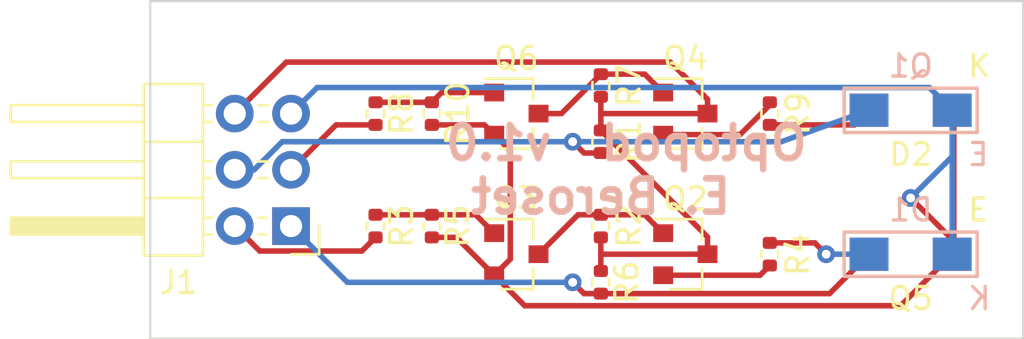
<source format=kicad_pcb>
(kicad_pcb (version 20171130) (host pcbnew 5.1.9-1.fc33)

  (general
    (thickness 1.6)
    (drawings 7)
    (tracks 81)
    (zones 0)
    (modules 19)
    (nets 15)
  )

  (page USLetter)
  (title_block
    (title Opticalport)
    (date 2021-02-27)
    (rev 0.1)
    (company "E. Beroset")
  )

  (layers
    (0 F.Cu signal)
    (31 B.Cu signal)
    (32 B.Adhes user)
    (33 F.Adhes user)
    (34 B.Paste user)
    (35 F.Paste user)
    (36 B.SilkS user)
    (37 F.SilkS user)
    (38 B.Mask user)
    (39 F.Mask user)
    (40 Dwgs.User user)
    (41 Cmts.User user)
    (42 Eco1.User user)
    (43 Eco2.User user)
    (44 Edge.Cuts user)
    (45 Margin user)
    (46 B.CrtYd user)
    (47 F.CrtYd user)
    (48 B.Fab user hide)
    (49 F.Fab user hide)
  )

  (setup
    (last_trace_width 0.25)
    (trace_clearance 0.1524)
    (zone_clearance 0.508)
    (zone_45_only no)
    (trace_min 0.2)
    (via_size 0.8)
    (via_drill 0.4)
    (via_min_size 0.4)
    (via_min_drill 0.3)
    (uvia_size 0.3)
    (uvia_drill 0.1)
    (uvias_allowed no)
    (uvia_min_size 0.2)
    (uvia_min_drill 0.1)
    (edge_width 0.1)
    (segment_width 0.2)
    (pcb_text_width 0.3)
    (pcb_text_size 1.5 1.5)
    (mod_edge_width 0.15)
    (mod_text_size 1 1)
    (mod_text_width 0.15)
    (pad_size 1.524 1.524)
    (pad_drill 0.762)
    (pad_to_mask_clearance 0)
    (aux_axis_origin 0 0)
    (visible_elements FFFFFF7F)
    (pcbplotparams
      (layerselection 0x00008_7ffffffe)
      (usegerberextensions false)
      (usegerberattributes true)
      (usegerberadvancedattributes true)
      (creategerberjobfile true)
      (excludeedgelayer true)
      (linewidth 0.100000)
      (plotframeref false)
      (viasonmask false)
      (mode 1)
      (useauxorigin false)
      (hpglpennumber 1)
      (hpglpenspeed 20)
      (hpglpendiameter 15.000000)
      (psnegative false)
      (psa4output false)
      (plotreference false)
      (plotvalue false)
      (plotinvisibletext false)
      (padsonsilk true)
      (subtractmaskfromsilk false)
      (outputformat 1)
      (mirror false)
      (drillshape 0)
      (scaleselection 1)
      (outputdirectory ""))
  )

  (net 0 "")
  (net 1 "Net-(D1-Pad2)")
  (net 2 "Net-(D2-Pad2)")
  (net 3 GND)
  (net 4 +3V3)
  (net 5 "Net-(Q2-Pad1)")
  (net 6 "Net-(Q4-Pad1)")
  (net 7 TX1)
  (net 8 RX1)
  (net 9 TX2)
  (net 10 RX2)
  (net 11 "Net-(Q2-Pad2)")
  (net 12 "Net-(Q3-Pad1)")
  (net 13 "Net-(Q4-Pad2)")
  (net 14 "Net-(Q6-Pad1)")

  (net_class Default "This is the default net class."
    (clearance 0.1524)
    (trace_width 0.25)
    (via_dia 0.8)
    (via_drill 0.4)
    (uvia_dia 0.3)
    (uvia_drill 0.1)
    (add_net +3V3)
    (add_net GND)
    (add_net "Net-(D1-Pad2)")
    (add_net "Net-(D2-Pad2)")
    (add_net "Net-(Q2-Pad1)")
    (add_net "Net-(Q2-Pad2)")
    (add_net "Net-(Q3-Pad1)")
    (add_net "Net-(Q4-Pad1)")
    (add_net "Net-(Q4-Pad2)")
    (add_net "Net-(Q6-Pad1)")
    (add_net RX1)
    (add_net RX2)
    (add_net TX1)
    (add_net TX2)
  )

  (module Resistor_SMD:R_0402_1005Metric (layer F.Cu) (tedit 5F68FEEE) (tstamp 605A2B0A)
    (at 144.78 81.28 270)
    (descr "Resistor SMD 0402 (1005 Metric), square (rectangular) end terminal, IPC_7351 nominal, (Body size source: IPC-SM-782 page 72, https://www.pcb-3d.com/wordpress/wp-content/uploads/ipc-sm-782a_amendment_1_and_2.pdf), generated with kicad-footprint-generator")
    (tags resistor)
    (path /6063BF39)
    (attr smd)
    (fp_text reference R10 (at 0 -1.17 90) (layer F.SilkS)
      (effects (font (size 1 1) (thickness 0.15)))
    )
    (fp_text value 1.5k (at 0 1.17 90) (layer F.Fab)
      (effects (font (size 1 1) (thickness 0.15)))
    )
    (fp_line (start 0.93 0.47) (end -0.93 0.47) (layer F.CrtYd) (width 0.05))
    (fp_line (start 0.93 -0.47) (end 0.93 0.47) (layer F.CrtYd) (width 0.05))
    (fp_line (start -0.93 -0.47) (end 0.93 -0.47) (layer F.CrtYd) (width 0.05))
    (fp_line (start -0.93 0.47) (end -0.93 -0.47) (layer F.CrtYd) (width 0.05))
    (fp_line (start -0.153641 0.38) (end 0.153641 0.38) (layer F.SilkS) (width 0.12))
    (fp_line (start -0.153641 -0.38) (end 0.153641 -0.38) (layer F.SilkS) (width 0.12))
    (fp_line (start 0.525 0.27) (end -0.525 0.27) (layer F.Fab) (width 0.1))
    (fp_line (start 0.525 -0.27) (end 0.525 0.27) (layer F.Fab) (width 0.1))
    (fp_line (start -0.525 -0.27) (end 0.525 -0.27) (layer F.Fab) (width 0.1))
    (fp_line (start -0.525 0.27) (end -0.525 -0.27) (layer F.Fab) (width 0.1))
    (fp_text user %R (at 0 0 90) (layer F.Fab)
      (effects (font (size 0.26 0.26) (thickness 0.04)))
    )
    (pad 2 smd roundrect (at 0.51 0 270) (size 0.54 0.64) (layers F.Cu F.Paste F.Mask) (roundrect_rratio 0.25)
      (net 3 GND))
    (pad 1 smd roundrect (at -0.51 0 270) (size 0.54 0.64) (layers F.Cu F.Paste F.Mask) (roundrect_rratio 0.25)
      (net 14 "Net-(Q6-Pad1)"))
    (model ${KISYS3DMOD}/Resistor_SMD.3dshapes/R_0402_1005Metric.wrl
      (at (xyz 0 0 0))
      (scale (xyz 1 1 1))
      (rotate (xyz 0 0 0))
    )
  )

  (module Resistor_SMD:R_0402_1005Metric (layer F.Cu) (tedit 5F68FEEE) (tstamp 605A2AF9)
    (at 160.02 81.28 270)
    (descr "Resistor SMD 0402 (1005 Metric), square (rectangular) end terminal, IPC_7351 nominal, (Body size source: IPC-SM-782 page 72, https://www.pcb-3d.com/wordpress/wp-content/uploads/ipc-sm-782a_amendment_1_and_2.pdf), generated with kicad-footprint-generator")
    (tags resistor)
    (path /6063BED8)
    (attr smd)
    (fp_text reference R9 (at 0 -1.27 90) (layer F.SilkS)
      (effects (font (size 1 1) (thickness 0.15)))
    )
    (fp_text value 91 (at 0 1.17 90) (layer F.Fab)
      (effects (font (size 1 1) (thickness 0.15)))
    )
    (fp_line (start 0.93 0.47) (end -0.93 0.47) (layer F.CrtYd) (width 0.05))
    (fp_line (start 0.93 -0.47) (end 0.93 0.47) (layer F.CrtYd) (width 0.05))
    (fp_line (start -0.93 -0.47) (end 0.93 -0.47) (layer F.CrtYd) (width 0.05))
    (fp_line (start -0.93 0.47) (end -0.93 -0.47) (layer F.CrtYd) (width 0.05))
    (fp_line (start -0.153641 0.38) (end 0.153641 0.38) (layer F.SilkS) (width 0.12))
    (fp_line (start -0.153641 -0.38) (end 0.153641 -0.38) (layer F.SilkS) (width 0.12))
    (fp_line (start 0.525 0.27) (end -0.525 0.27) (layer F.Fab) (width 0.1))
    (fp_line (start 0.525 -0.27) (end 0.525 0.27) (layer F.Fab) (width 0.1))
    (fp_line (start -0.525 -0.27) (end 0.525 -0.27) (layer F.Fab) (width 0.1))
    (fp_line (start -0.525 0.27) (end -0.525 -0.27) (layer F.Fab) (width 0.1))
    (fp_text user %R (at 0 0 90) (layer F.Fab)
      (effects (font (size 0.26 0.26) (thickness 0.04)))
    )
    (pad 2 smd roundrect (at 0.51 0 270) (size 0.54 0.64) (layers F.Cu F.Paste F.Mask) (roundrect_rratio 0.25)
      (net 2 "Net-(D2-Pad2)"))
    (pad 1 smd roundrect (at -0.51 0 270) (size 0.54 0.64) (layers F.Cu F.Paste F.Mask) (roundrect_rratio 0.25)
      (net 13 "Net-(Q4-Pad2)"))
    (model ${KISYS3DMOD}/Resistor_SMD.3dshapes/R_0402_1005Metric.wrl
      (at (xyz 0 0 0))
      (scale (xyz 1 1 1))
      (rotate (xyz 0 0 0))
    )
  )

  (module Resistor_SMD:R_0402_1005Metric (layer F.Cu) (tedit 5F68FEEE) (tstamp 605A2AE8)
    (at 142.24 81.28 270)
    (descr "Resistor SMD 0402 (1005 Metric), square (rectangular) end terminal, IPC_7351 nominal, (Body size source: IPC-SM-782 page 72, https://www.pcb-3d.com/wordpress/wp-content/uploads/ipc-sm-782a_amendment_1_and_2.pdf), generated with kicad-footprint-generator")
    (tags resistor)
    (path /6063BF0B)
    (attr smd)
    (fp_text reference R8 (at 0 -1.17 90) (layer F.SilkS)
      (effects (font (size 1 1) (thickness 0.15)))
    )
    (fp_text value 5.1k (at 0 1.17 90) (layer F.Fab)
      (effects (font (size 1 1) (thickness 0.15)))
    )
    (fp_line (start 0.93 0.47) (end -0.93 0.47) (layer F.CrtYd) (width 0.05))
    (fp_line (start 0.93 -0.47) (end 0.93 0.47) (layer F.CrtYd) (width 0.05))
    (fp_line (start -0.93 -0.47) (end 0.93 -0.47) (layer F.CrtYd) (width 0.05))
    (fp_line (start -0.93 0.47) (end -0.93 -0.47) (layer F.CrtYd) (width 0.05))
    (fp_line (start -0.153641 0.38) (end 0.153641 0.38) (layer F.SilkS) (width 0.12))
    (fp_line (start -0.153641 -0.38) (end 0.153641 -0.38) (layer F.SilkS) (width 0.12))
    (fp_line (start 0.525 0.27) (end -0.525 0.27) (layer F.Fab) (width 0.1))
    (fp_line (start 0.525 -0.27) (end 0.525 0.27) (layer F.Fab) (width 0.1))
    (fp_line (start -0.525 -0.27) (end 0.525 -0.27) (layer F.Fab) (width 0.1))
    (fp_line (start -0.525 0.27) (end -0.525 -0.27) (layer F.Fab) (width 0.1))
    (fp_text user %R (at 0 0 90) (layer F.Fab)
      (effects (font (size 0.26 0.26) (thickness 0.04)))
    )
    (pad 2 smd roundrect (at 0.51 0 270) (size 0.54 0.64) (layers F.Cu F.Paste F.Mask) (roundrect_rratio 0.25)
      (net 9 TX2))
    (pad 1 smd roundrect (at -0.51 0 270) (size 0.54 0.64) (layers F.Cu F.Paste F.Mask) (roundrect_rratio 0.25)
      (net 14 "Net-(Q6-Pad1)"))
    (model ${KISYS3DMOD}/Resistor_SMD.3dshapes/R_0402_1005Metric.wrl
      (at (xyz 0 0 0))
      (scale (xyz 1 1 1))
      (rotate (xyz 0 0 0))
    )
  )

  (module Resistor_SMD:R_0402_1005Metric (layer F.Cu) (tedit 5F68FEEE) (tstamp 605A2AD7)
    (at 152.4 80.01 90)
    (descr "Resistor SMD 0402 (1005 Metric), square (rectangular) end terminal, IPC_7351 nominal, (Body size source: IPC-SM-782 page 72, https://www.pcb-3d.com/wordpress/wp-content/uploads/ipc-sm-782a_amendment_1_and_2.pdf), generated with kicad-footprint-generator")
    (tags resistor)
    (path /6063BF15)
    (attr smd)
    (fp_text reference R7 (at 0 1.27 90) (layer F.SilkS)
      (effects (font (size 1 1) (thickness 0.15)))
    )
    (fp_text value 330 (at 0 1.17 90) (layer F.Fab)
      (effects (font (size 1 1) (thickness 0.15)))
    )
    (fp_line (start 0.93 0.47) (end -0.93 0.47) (layer F.CrtYd) (width 0.05))
    (fp_line (start 0.93 -0.47) (end 0.93 0.47) (layer F.CrtYd) (width 0.05))
    (fp_line (start -0.93 -0.47) (end 0.93 -0.47) (layer F.CrtYd) (width 0.05))
    (fp_line (start -0.93 0.47) (end -0.93 -0.47) (layer F.CrtYd) (width 0.05))
    (fp_line (start -0.153641 0.38) (end 0.153641 0.38) (layer F.SilkS) (width 0.12))
    (fp_line (start -0.153641 -0.38) (end 0.153641 -0.38) (layer F.SilkS) (width 0.12))
    (fp_line (start 0.525 0.27) (end -0.525 0.27) (layer F.Fab) (width 0.1))
    (fp_line (start 0.525 -0.27) (end 0.525 0.27) (layer F.Fab) (width 0.1))
    (fp_line (start -0.525 -0.27) (end 0.525 -0.27) (layer F.Fab) (width 0.1))
    (fp_line (start -0.525 0.27) (end -0.525 -0.27) (layer F.Fab) (width 0.1))
    (fp_text user %R (at 0 0 90) (layer F.Fab)
      (effects (font (size 0.26 0.26) (thickness 0.04)))
    )
    (pad 2 smd roundrect (at 0.51 0 90) (size 0.54 0.64) (layers F.Cu F.Paste F.Mask) (roundrect_rratio 0.25)
      (net 6 "Net-(Q4-Pad1)"))
    (pad 1 smd roundrect (at -0.51 0 90) (size 0.54 0.64) (layers F.Cu F.Paste F.Mask) (roundrect_rratio 0.25)
      (net 4 +3V3))
    (model ${KISYS3DMOD}/Resistor_SMD.3dshapes/R_0402_1005Metric.wrl
      (at (xyz 0 0 0))
      (scale (xyz 1 1 1))
      (rotate (xyz 0 0 0))
    )
  )

  (module Resistor_SMD:R_0402_1005Metric (layer F.Cu) (tedit 5F68FEEE) (tstamp 605A2AC6)
    (at 152.4 88.9 270)
    (descr "Resistor SMD 0402 (1005 Metric), square (rectangular) end terminal, IPC_7351 nominal, (Body size source: IPC-SM-782 page 72, https://www.pcb-3d.com/wordpress/wp-content/uploads/ipc-sm-782a_amendment_1_and_2.pdf), generated with kicad-footprint-generator")
    (tags resistor)
    (path /603E404A)
    (attr smd)
    (fp_text reference R6 (at 0 -1.17 90) (layer F.SilkS)
      (effects (font (size 1 1) (thickness 0.15)))
    )
    (fp_text value 2.2K (at 0 1.17 90) (layer F.Fab)
      (effects (font (size 1 1) (thickness 0.15)))
    )
    (fp_line (start 0.93 0.47) (end -0.93 0.47) (layer F.CrtYd) (width 0.05))
    (fp_line (start 0.93 -0.47) (end 0.93 0.47) (layer F.CrtYd) (width 0.05))
    (fp_line (start -0.93 -0.47) (end 0.93 -0.47) (layer F.CrtYd) (width 0.05))
    (fp_line (start -0.93 0.47) (end -0.93 -0.47) (layer F.CrtYd) (width 0.05))
    (fp_line (start -0.153641 0.38) (end 0.153641 0.38) (layer F.SilkS) (width 0.12))
    (fp_line (start -0.153641 -0.38) (end 0.153641 -0.38) (layer F.SilkS) (width 0.12))
    (fp_line (start 0.525 0.27) (end -0.525 0.27) (layer F.Fab) (width 0.1))
    (fp_line (start 0.525 -0.27) (end 0.525 0.27) (layer F.Fab) (width 0.1))
    (fp_line (start -0.525 -0.27) (end 0.525 -0.27) (layer F.Fab) (width 0.1))
    (fp_line (start -0.525 0.27) (end -0.525 -0.27) (layer F.Fab) (width 0.1))
    (fp_text user %R (at 0 0 90) (layer F.Fab)
      (effects (font (size 0.26 0.26) (thickness 0.04)))
    )
    (pad 2 smd roundrect (at 0.51 0 270) (size 0.54 0.64) (layers F.Cu F.Paste F.Mask) (roundrect_rratio 0.25)
      (net 10 RX2))
    (pad 1 smd roundrect (at -0.51 0 270) (size 0.54 0.64) (layers F.Cu F.Paste F.Mask) (roundrect_rratio 0.25)
      (net 4 +3V3))
    (model ${KISYS3DMOD}/Resistor_SMD.3dshapes/R_0402_1005Metric.wrl
      (at (xyz 0 0 0))
      (scale (xyz 1 1 1))
      (rotate (xyz 0 0 0))
    )
  )

  (module Resistor_SMD:R_0402_1005Metric (layer F.Cu) (tedit 5F68FEEE) (tstamp 605A2AB5)
    (at 144.78 86.36 270)
    (descr "Resistor SMD 0402 (1005 Metric), square (rectangular) end terminal, IPC_7351 nominal, (Body size source: IPC-SM-782 page 72, https://www.pcb-3d.com/wordpress/wp-content/uploads/ipc-sm-782a_amendment_1_and_2.pdf), generated with kicad-footprint-generator")
    (tags resistor)
    (path /605E6400)
    (attr smd)
    (fp_text reference R5 (at 0 -1.17 90) (layer F.SilkS)
      (effects (font (size 1 1) (thickness 0.15)))
    )
    (fp_text value 1.5k (at 0 1.17 90) (layer F.Fab)
      (effects (font (size 1 1) (thickness 0.15)))
    )
    (fp_line (start 0.93 0.47) (end -0.93 0.47) (layer F.CrtYd) (width 0.05))
    (fp_line (start 0.93 -0.47) (end 0.93 0.47) (layer F.CrtYd) (width 0.05))
    (fp_line (start -0.93 -0.47) (end 0.93 -0.47) (layer F.CrtYd) (width 0.05))
    (fp_line (start -0.93 0.47) (end -0.93 -0.47) (layer F.CrtYd) (width 0.05))
    (fp_line (start -0.153641 0.38) (end 0.153641 0.38) (layer F.SilkS) (width 0.12))
    (fp_line (start -0.153641 -0.38) (end 0.153641 -0.38) (layer F.SilkS) (width 0.12))
    (fp_line (start 0.525 0.27) (end -0.525 0.27) (layer F.Fab) (width 0.1))
    (fp_line (start 0.525 -0.27) (end 0.525 0.27) (layer F.Fab) (width 0.1))
    (fp_line (start -0.525 -0.27) (end 0.525 -0.27) (layer F.Fab) (width 0.1))
    (fp_line (start -0.525 0.27) (end -0.525 -0.27) (layer F.Fab) (width 0.1))
    (fp_text user %R (at 0 0 90) (layer F.Fab)
      (effects (font (size 0.26 0.26) (thickness 0.04)))
    )
    (pad 2 smd roundrect (at 0.51 0 270) (size 0.54 0.64) (layers F.Cu F.Paste F.Mask) (roundrect_rratio 0.25)
      (net 3 GND))
    (pad 1 smd roundrect (at -0.51 0 270) (size 0.54 0.64) (layers F.Cu F.Paste F.Mask) (roundrect_rratio 0.25)
      (net 12 "Net-(Q3-Pad1)"))
    (model ${KISYS3DMOD}/Resistor_SMD.3dshapes/R_0402_1005Metric.wrl
      (at (xyz 0 0 0))
      (scale (xyz 1 1 1))
      (rotate (xyz 0 0 0))
    )
  )

  (module Resistor_SMD:R_0402_1005Metric (layer F.Cu) (tedit 5F68FEEE) (tstamp 605A2AA4)
    (at 160.02 87.63 90)
    (descr "Resistor SMD 0402 (1005 Metric), square (rectangular) end terminal, IPC_7351 nominal, (Body size source: IPC-SM-782 page 72, https://www.pcb-3d.com/wordpress/wp-content/uploads/ipc-sm-782a_amendment_1_and_2.pdf), generated with kicad-footprint-generator")
    (tags resistor)
    (path /603AC095)
    (attr smd)
    (fp_text reference R4 (at 0 1.27 270) (layer F.SilkS)
      (effects (font (size 1 1) (thickness 0.15)))
    )
    (fp_text value 91 (at 0 1.17 90) (layer F.Fab)
      (effects (font (size 1 1) (thickness 0.15)))
    )
    (fp_line (start 0.93 0.47) (end -0.93 0.47) (layer F.CrtYd) (width 0.05))
    (fp_line (start 0.93 -0.47) (end 0.93 0.47) (layer F.CrtYd) (width 0.05))
    (fp_line (start -0.93 -0.47) (end 0.93 -0.47) (layer F.CrtYd) (width 0.05))
    (fp_line (start -0.93 0.47) (end -0.93 -0.47) (layer F.CrtYd) (width 0.05))
    (fp_line (start -0.153641 0.38) (end 0.153641 0.38) (layer F.SilkS) (width 0.12))
    (fp_line (start -0.153641 -0.38) (end 0.153641 -0.38) (layer F.SilkS) (width 0.12))
    (fp_line (start 0.525 0.27) (end -0.525 0.27) (layer F.Fab) (width 0.1))
    (fp_line (start 0.525 -0.27) (end 0.525 0.27) (layer F.Fab) (width 0.1))
    (fp_line (start -0.525 -0.27) (end 0.525 -0.27) (layer F.Fab) (width 0.1))
    (fp_line (start -0.525 0.27) (end -0.525 -0.27) (layer F.Fab) (width 0.1))
    (fp_text user %R (at 0 0 90) (layer F.Fab)
      (effects (font (size 0.26 0.26) (thickness 0.04)))
    )
    (pad 2 smd roundrect (at 0.51 0 90) (size 0.54 0.64) (layers F.Cu F.Paste F.Mask) (roundrect_rratio 0.25)
      (net 1 "Net-(D1-Pad2)"))
    (pad 1 smd roundrect (at -0.51 0 90) (size 0.54 0.64) (layers F.Cu F.Paste F.Mask) (roundrect_rratio 0.25)
      (net 11 "Net-(Q2-Pad2)"))
    (model ${KISYS3DMOD}/Resistor_SMD.3dshapes/R_0402_1005Metric.wrl
      (at (xyz 0 0 0))
      (scale (xyz 1 1 1))
      (rotate (xyz 0 0 0))
    )
  )

  (module Resistor_SMD:R_0402_1005Metric (layer F.Cu) (tedit 5F68FEEE) (tstamp 605A2A93)
    (at 142.24 86.36 270)
    (descr "Resistor SMD 0402 (1005 Metric), square (rectangular) end terminal, IPC_7351 nominal, (Body size source: IPC-SM-782 page 72, https://www.pcb-3d.com/wordpress/wp-content/uploads/ipc-sm-782a_amendment_1_and_2.pdf), generated with kicad-footprint-generator")
    (tags resistor)
    (path /605DC8D0)
    (attr smd)
    (fp_text reference R3 (at 0 -1.17 90) (layer F.SilkS)
      (effects (font (size 1 1) (thickness 0.15)))
    )
    (fp_text value 5.1k (at 0 1.17 90) (layer F.Fab)
      (effects (font (size 1 1) (thickness 0.15)))
    )
    (fp_line (start 0.93 0.47) (end -0.93 0.47) (layer F.CrtYd) (width 0.05))
    (fp_line (start 0.93 -0.47) (end 0.93 0.47) (layer F.CrtYd) (width 0.05))
    (fp_line (start -0.93 -0.47) (end 0.93 -0.47) (layer F.CrtYd) (width 0.05))
    (fp_line (start -0.93 0.47) (end -0.93 -0.47) (layer F.CrtYd) (width 0.05))
    (fp_line (start -0.153641 0.38) (end 0.153641 0.38) (layer F.SilkS) (width 0.12))
    (fp_line (start -0.153641 -0.38) (end 0.153641 -0.38) (layer F.SilkS) (width 0.12))
    (fp_line (start 0.525 0.27) (end -0.525 0.27) (layer F.Fab) (width 0.1))
    (fp_line (start 0.525 -0.27) (end 0.525 0.27) (layer F.Fab) (width 0.1))
    (fp_line (start -0.525 -0.27) (end 0.525 -0.27) (layer F.Fab) (width 0.1))
    (fp_line (start -0.525 0.27) (end -0.525 -0.27) (layer F.Fab) (width 0.1))
    (fp_text user %R (at 0 0 90) (layer F.Fab)
      (effects (font (size 0.26 0.26) (thickness 0.04)))
    )
    (pad 2 smd roundrect (at 0.51 0 270) (size 0.54 0.64) (layers F.Cu F.Paste F.Mask) (roundrect_rratio 0.25)
      (net 7 TX1))
    (pad 1 smd roundrect (at -0.51 0 270) (size 0.54 0.64) (layers F.Cu F.Paste F.Mask) (roundrect_rratio 0.25)
      (net 12 "Net-(Q3-Pad1)"))
    (model ${KISYS3DMOD}/Resistor_SMD.3dshapes/R_0402_1005Metric.wrl
      (at (xyz 0 0 0))
      (scale (xyz 1 1 1))
      (rotate (xyz 0 0 0))
    )
  )

  (module Resistor_SMD:R_0402_1005Metric (layer F.Cu) (tedit 5F68FEEE) (tstamp 605A2A82)
    (at 152.4 86.36 90)
    (descr "Resistor SMD 0402 (1005 Metric), square (rectangular) end terminal, IPC_7351 nominal, (Body size source: IPC-SM-782 page 72, https://www.pcb-3d.com/wordpress/wp-content/uploads/ipc-sm-782a_amendment_1_and_2.pdf), generated with kicad-footprint-generator")
    (tags resistor)
    (path /605DCEF7)
    (attr smd)
    (fp_text reference R2 (at 0 1.27 90) (layer F.SilkS)
      (effects (font (size 1 1) (thickness 0.15)))
    )
    (fp_text value 330 (at 0 1.17 90) (layer F.Fab)
      (effects (font (size 1 1) (thickness 0.15)))
    )
    (fp_line (start 0.93 0.47) (end -0.93 0.47) (layer F.CrtYd) (width 0.05))
    (fp_line (start 0.93 -0.47) (end 0.93 0.47) (layer F.CrtYd) (width 0.05))
    (fp_line (start -0.93 -0.47) (end 0.93 -0.47) (layer F.CrtYd) (width 0.05))
    (fp_line (start -0.93 0.47) (end -0.93 -0.47) (layer F.CrtYd) (width 0.05))
    (fp_line (start -0.153641 0.38) (end 0.153641 0.38) (layer F.SilkS) (width 0.12))
    (fp_line (start -0.153641 -0.38) (end 0.153641 -0.38) (layer F.SilkS) (width 0.12))
    (fp_line (start 0.525 0.27) (end -0.525 0.27) (layer F.Fab) (width 0.1))
    (fp_line (start 0.525 -0.27) (end 0.525 0.27) (layer F.Fab) (width 0.1))
    (fp_line (start -0.525 -0.27) (end 0.525 -0.27) (layer F.Fab) (width 0.1))
    (fp_line (start -0.525 0.27) (end -0.525 -0.27) (layer F.Fab) (width 0.1))
    (fp_text user %R (at 0 0 90) (layer F.Fab)
      (effects (font (size 0.26 0.26) (thickness 0.04)))
    )
    (pad 2 smd roundrect (at 0.51 0 90) (size 0.54 0.64) (layers F.Cu F.Paste F.Mask) (roundrect_rratio 0.25)
      (net 5 "Net-(Q2-Pad1)"))
    (pad 1 smd roundrect (at -0.51 0 90) (size 0.54 0.64) (layers F.Cu F.Paste F.Mask) (roundrect_rratio 0.25)
      (net 4 +3V3))
    (model ${KISYS3DMOD}/Resistor_SMD.3dshapes/R_0402_1005Metric.wrl
      (at (xyz 0 0 0))
      (scale (xyz 1 1 1))
      (rotate (xyz 0 0 0))
    )
  )

  (module Resistor_SMD:R_0402_1005Metric (layer F.Cu) (tedit 5F68FEEE) (tstamp 605A2A71)
    (at 152.4 82.55 270)
    (descr "Resistor SMD 0402 (1005 Metric), square (rectangular) end terminal, IPC_7351 nominal, (Body size source: IPC-SM-782 page 72, https://www.pcb-3d.com/wordpress/wp-content/uploads/ipc-sm-782a_amendment_1_and_2.pdf), generated with kicad-footprint-generator")
    (tags resistor)
    (path /603AE044)
    (attr smd)
    (fp_text reference R1 (at 0 -1.27 90) (layer F.SilkS)
      (effects (font (size 1 1) (thickness 0.15)))
    )
    (fp_text value 2.2K (at 0 1.17 90) (layer F.Fab)
      (effects (font (size 1 1) (thickness 0.15)))
    )
    (fp_line (start 0.93 0.47) (end -0.93 0.47) (layer F.CrtYd) (width 0.05))
    (fp_line (start 0.93 -0.47) (end 0.93 0.47) (layer F.CrtYd) (width 0.05))
    (fp_line (start -0.93 -0.47) (end 0.93 -0.47) (layer F.CrtYd) (width 0.05))
    (fp_line (start -0.93 0.47) (end -0.93 -0.47) (layer F.CrtYd) (width 0.05))
    (fp_line (start -0.153641 0.38) (end 0.153641 0.38) (layer F.SilkS) (width 0.12))
    (fp_line (start -0.153641 -0.38) (end 0.153641 -0.38) (layer F.SilkS) (width 0.12))
    (fp_line (start 0.525 0.27) (end -0.525 0.27) (layer F.Fab) (width 0.1))
    (fp_line (start 0.525 -0.27) (end 0.525 0.27) (layer F.Fab) (width 0.1))
    (fp_line (start -0.525 -0.27) (end 0.525 -0.27) (layer F.Fab) (width 0.1))
    (fp_line (start -0.525 0.27) (end -0.525 -0.27) (layer F.Fab) (width 0.1))
    (fp_text user %R (at 0 0 90) (layer F.Fab)
      (effects (font (size 0.26 0.26) (thickness 0.04)))
    )
    (pad 2 smd roundrect (at 0.51 0 270) (size 0.54 0.64) (layers F.Cu F.Paste F.Mask) (roundrect_rratio 0.25)
      (net 8 RX1))
    (pad 1 smd roundrect (at -0.51 0 270) (size 0.54 0.64) (layers F.Cu F.Paste F.Mask) (roundrect_rratio 0.25)
      (net 4 +3V3))
    (model ${KISYS3DMOD}/Resistor_SMD.3dshapes/R_0402_1005Metric.wrl
      (at (xyz 0 0 0))
      (scale (xyz 1 1 1))
      (rotate (xyz 0 0 0))
    )
  )

  (module Package_TO_SOT_SMD:SOT-23 (layer F.Cu) (tedit 5A02FF57) (tstamp 605A2A60)
    (at 148.59 81.28)
    (descr "SOT-23, Standard")
    (tags SOT-23)
    (path /6063BF01)
    (attr smd)
    (fp_text reference Q6 (at 0 -2.5) (layer F.SilkS)
      (effects (font (size 1 1) (thickness 0.15)))
    )
    (fp_text value BC817 (at 0 2.5) (layer F.Fab)
      (effects (font (size 1 1) (thickness 0.15)))
    )
    (fp_line (start 0.76 1.58) (end -0.7 1.58) (layer F.SilkS) (width 0.12))
    (fp_line (start 0.76 -1.58) (end -1.4 -1.58) (layer F.SilkS) (width 0.12))
    (fp_line (start -1.7 1.75) (end -1.7 -1.75) (layer F.CrtYd) (width 0.05))
    (fp_line (start 1.7 1.75) (end -1.7 1.75) (layer F.CrtYd) (width 0.05))
    (fp_line (start 1.7 -1.75) (end 1.7 1.75) (layer F.CrtYd) (width 0.05))
    (fp_line (start -1.7 -1.75) (end 1.7 -1.75) (layer F.CrtYd) (width 0.05))
    (fp_line (start 0.76 -1.58) (end 0.76 -0.65) (layer F.SilkS) (width 0.12))
    (fp_line (start 0.76 1.58) (end 0.76 0.65) (layer F.SilkS) (width 0.12))
    (fp_line (start -0.7 1.52) (end 0.7 1.52) (layer F.Fab) (width 0.1))
    (fp_line (start 0.7 -1.52) (end 0.7 1.52) (layer F.Fab) (width 0.1))
    (fp_line (start -0.7 -0.95) (end -0.15 -1.52) (layer F.Fab) (width 0.1))
    (fp_line (start -0.15 -1.52) (end 0.7 -1.52) (layer F.Fab) (width 0.1))
    (fp_line (start -0.7 -0.95) (end -0.7 1.5) (layer F.Fab) (width 0.1))
    (fp_text user %R (at 0 0 90) (layer F.Fab)
      (effects (font (size 0.5 0.5) (thickness 0.075)))
    )
    (pad 3 smd rect (at 1 0) (size 0.9 0.8) (layers F.Cu F.Paste F.Mask)
      (net 6 "Net-(Q4-Pad1)"))
    (pad 2 smd rect (at -1 0.95) (size 0.9 0.8) (layers F.Cu F.Paste F.Mask)
      (net 3 GND))
    (pad 1 smd rect (at -1 -0.95) (size 0.9 0.8) (layers F.Cu F.Paste F.Mask)
      (net 14 "Net-(Q6-Pad1)"))
    (model ${KISYS3DMOD}/Package_TO_SOT_SMD.3dshapes/SOT-23.wrl
      (at (xyz 0 0 0))
      (scale (xyz 1 1 1))
      (rotate (xyz 0 0 0))
    )
  )

  (module opticalport:LED_Kingbright_APTD3216 (layer F.Cu) (tedit 603AC661) (tstamp 605A2A4B)
    (at 166.37 87.63 180)
    (path /603E4054)
    (fp_text reference Q5 (at 0 -2) (layer F.SilkS)
      (effects (font (size 1 1) (thickness 0.15)))
    )
    (fp_text value APTD3216P3C-P22 (at 0 -0.5) (layer F.Fab)
      (effects (font (size 1 1) (thickness 0.15)))
    )
    (fp_line (start -3 1) (end -3 -1) (layer F.SilkS) (width 0.15))
    (fp_line (start 3 1) (end -3 1) (layer F.SilkS) (width 0.15))
    (fp_line (start 3 -1) (end 3 1) (layer F.SilkS) (width 0.15))
    (fp_line (start -3 -1) (end 3 -1) (layer F.SilkS) (width 0.15))
    (fp_text user E (at -2.5 2) (layer F.SilkS)
      (effects (font (size 1 1) (thickness 0.15)) (justify left))
    )
    (pad 2 smd rect (at 1.875 0 180) (size 1.75 1.5) (layers F.Cu F.Paste F.Mask)
      (net 10 RX2))
    (pad 1 smd rect (at -1.875 0 180) (size 1.75 1.5) (layers F.Cu F.Paste F.Mask)
      (net 3 GND))
    (model ${KIPRJMOD}/3d_models/APTD3216.STEP
      (at (xyz 0 0 0))
      (scale (xyz 1 1 1))
      (rotate (xyz -90 0 0))
    )
  )

  (module Package_TO_SOT_SMD:SOT-23 (layer F.Cu) (tedit 5A02FF57) (tstamp 605A2A40)
    (at 156.21 81.28)
    (descr "SOT-23, Standard")
    (tags SOT-23)
    (path /6063BC60)
    (attr smd)
    (fp_text reference Q4 (at 0 -2.5) (layer F.SilkS)
      (effects (font (size 1 1) (thickness 0.15)))
    )
    (fp_text value BC817 (at 0 2.5) (layer F.Fab)
      (effects (font (size 1 1) (thickness 0.15)))
    )
    (fp_line (start 0.76 1.58) (end -0.7 1.58) (layer F.SilkS) (width 0.12))
    (fp_line (start 0.76 -1.58) (end -1.4 -1.58) (layer F.SilkS) (width 0.12))
    (fp_line (start -1.7 1.75) (end -1.7 -1.75) (layer F.CrtYd) (width 0.05))
    (fp_line (start 1.7 1.75) (end -1.7 1.75) (layer F.CrtYd) (width 0.05))
    (fp_line (start 1.7 -1.75) (end 1.7 1.75) (layer F.CrtYd) (width 0.05))
    (fp_line (start -1.7 -1.75) (end 1.7 -1.75) (layer F.CrtYd) (width 0.05))
    (fp_line (start 0.76 -1.58) (end 0.76 -0.65) (layer F.SilkS) (width 0.12))
    (fp_line (start 0.76 1.58) (end 0.76 0.65) (layer F.SilkS) (width 0.12))
    (fp_line (start -0.7 1.52) (end 0.7 1.52) (layer F.Fab) (width 0.1))
    (fp_line (start 0.7 -1.52) (end 0.7 1.52) (layer F.Fab) (width 0.1))
    (fp_line (start -0.7 -0.95) (end -0.15 -1.52) (layer F.Fab) (width 0.1))
    (fp_line (start -0.15 -1.52) (end 0.7 -1.52) (layer F.Fab) (width 0.1))
    (fp_line (start -0.7 -0.95) (end -0.7 1.5) (layer F.Fab) (width 0.1))
    (fp_text user %R (at 0 0 90) (layer F.Fab)
      (effects (font (size 0.5 0.5) (thickness 0.075)))
    )
    (pad 3 smd rect (at 1 0) (size 0.9 0.8) (layers F.Cu F.Paste F.Mask)
      (net 4 +3V3))
    (pad 2 smd rect (at -1 0.95) (size 0.9 0.8) (layers F.Cu F.Paste F.Mask)
      (net 13 "Net-(Q4-Pad2)"))
    (pad 1 smd rect (at -1 -0.95) (size 0.9 0.8) (layers F.Cu F.Paste F.Mask)
      (net 6 "Net-(Q4-Pad1)"))
    (model ${KISYS3DMOD}/Package_TO_SOT_SMD.3dshapes/SOT-23.wrl
      (at (xyz 0 0 0))
      (scale (xyz 1 1 1))
      (rotate (xyz 0 0 0))
    )
  )

  (module Package_TO_SOT_SMD:SOT-23 (layer F.Cu) (tedit 5A02FF57) (tstamp 605A2A2B)
    (at 148.59 87.63)
    (descr "SOT-23, Standard")
    (tags SOT-23)
    (path /605DB7EE)
    (attr smd)
    (fp_text reference Q3 (at 0 -2.5) (layer F.SilkS)
      (effects (font (size 1 1) (thickness 0.15)))
    )
    (fp_text value BC817 (at 0 2.5) (layer F.Fab)
      (effects (font (size 1 1) (thickness 0.15)))
    )
    (fp_line (start 0.76 1.58) (end -0.7 1.58) (layer F.SilkS) (width 0.12))
    (fp_line (start 0.76 -1.58) (end -1.4 -1.58) (layer F.SilkS) (width 0.12))
    (fp_line (start -1.7 1.75) (end -1.7 -1.75) (layer F.CrtYd) (width 0.05))
    (fp_line (start 1.7 1.75) (end -1.7 1.75) (layer F.CrtYd) (width 0.05))
    (fp_line (start 1.7 -1.75) (end 1.7 1.75) (layer F.CrtYd) (width 0.05))
    (fp_line (start -1.7 -1.75) (end 1.7 -1.75) (layer F.CrtYd) (width 0.05))
    (fp_line (start 0.76 -1.58) (end 0.76 -0.65) (layer F.SilkS) (width 0.12))
    (fp_line (start 0.76 1.58) (end 0.76 0.65) (layer F.SilkS) (width 0.12))
    (fp_line (start -0.7 1.52) (end 0.7 1.52) (layer F.Fab) (width 0.1))
    (fp_line (start 0.7 -1.52) (end 0.7 1.52) (layer F.Fab) (width 0.1))
    (fp_line (start -0.7 -0.95) (end -0.15 -1.52) (layer F.Fab) (width 0.1))
    (fp_line (start -0.15 -1.52) (end 0.7 -1.52) (layer F.Fab) (width 0.1))
    (fp_line (start -0.7 -0.95) (end -0.7 1.5) (layer F.Fab) (width 0.1))
    (fp_text user %R (at 0 0 90) (layer F.Fab)
      (effects (font (size 0.5 0.5) (thickness 0.075)))
    )
    (pad 3 smd rect (at 1 0) (size 0.9 0.8) (layers F.Cu F.Paste F.Mask)
      (net 5 "Net-(Q2-Pad1)"))
    (pad 2 smd rect (at -1 0.95) (size 0.9 0.8) (layers F.Cu F.Paste F.Mask)
      (net 3 GND))
    (pad 1 smd rect (at -1 -0.95) (size 0.9 0.8) (layers F.Cu F.Paste F.Mask)
      (net 12 "Net-(Q3-Pad1)"))
    (model ${KISYS3DMOD}/Package_TO_SOT_SMD.3dshapes/SOT-23.wrl
      (at (xyz 0 0 0))
      (scale (xyz 1 1 1))
      (rotate (xyz 0 0 0))
    )
  )

  (module Package_TO_SOT_SMD:SOT-23 (layer F.Cu) (tedit 5A02FF57) (tstamp 605A2A16)
    (at 156.21 87.63)
    (descr "SOT-23, Standard")
    (tags SOT-23)
    (path /603A974A)
    (attr smd)
    (fp_text reference Q2 (at 0 -2.5) (layer F.SilkS)
      (effects (font (size 1 1) (thickness 0.15)))
    )
    (fp_text value BC817 (at 0 2.5) (layer F.Fab)
      (effects (font (size 1 1) (thickness 0.15)))
    )
    (fp_line (start 0.76 1.58) (end -0.7 1.58) (layer F.SilkS) (width 0.12))
    (fp_line (start 0.76 -1.58) (end -1.4 -1.58) (layer F.SilkS) (width 0.12))
    (fp_line (start -1.7 1.75) (end -1.7 -1.75) (layer F.CrtYd) (width 0.05))
    (fp_line (start 1.7 1.75) (end -1.7 1.75) (layer F.CrtYd) (width 0.05))
    (fp_line (start 1.7 -1.75) (end 1.7 1.75) (layer F.CrtYd) (width 0.05))
    (fp_line (start -1.7 -1.75) (end 1.7 -1.75) (layer F.CrtYd) (width 0.05))
    (fp_line (start 0.76 -1.58) (end 0.76 -0.65) (layer F.SilkS) (width 0.12))
    (fp_line (start 0.76 1.58) (end 0.76 0.65) (layer F.SilkS) (width 0.12))
    (fp_line (start -0.7 1.52) (end 0.7 1.52) (layer F.Fab) (width 0.1))
    (fp_line (start 0.7 -1.52) (end 0.7 1.52) (layer F.Fab) (width 0.1))
    (fp_line (start -0.7 -0.95) (end -0.15 -1.52) (layer F.Fab) (width 0.1))
    (fp_line (start -0.15 -1.52) (end 0.7 -1.52) (layer F.Fab) (width 0.1))
    (fp_line (start -0.7 -0.95) (end -0.7 1.5) (layer F.Fab) (width 0.1))
    (fp_text user %R (at 0 0 90) (layer F.Fab)
      (effects (font (size 0.5 0.5) (thickness 0.075)))
    )
    (pad 3 smd rect (at 1 0) (size 0.9 0.8) (layers F.Cu F.Paste F.Mask)
      (net 4 +3V3))
    (pad 2 smd rect (at -1 0.95) (size 0.9 0.8) (layers F.Cu F.Paste F.Mask)
      (net 11 "Net-(Q2-Pad2)"))
    (pad 1 smd rect (at -1 -0.95) (size 0.9 0.8) (layers F.Cu F.Paste F.Mask)
      (net 5 "Net-(Q2-Pad1)"))
    (model ${KISYS3DMOD}/Package_TO_SOT_SMD.3dshapes/SOT-23.wrl
      (at (xyz 0 0 0))
      (scale (xyz 1 1 1))
      (rotate (xyz 0 0 0))
    )
  )

  (module opticalport:LED_Kingbright_APTD3216 (layer B.Cu) (tedit 603AC661) (tstamp 605A2A01)
    (at 166.37 81.13 180)
    (path /603AFAFC)
    (fp_text reference Q1 (at 0 2) (layer B.SilkS)
      (effects (font (size 1 1) (thickness 0.15)) (justify mirror))
    )
    (fp_text value APTD3216P3C-P22 (at 0 0.5) (layer B.Fab)
      (effects (font (size 1 1) (thickness 0.15)) (justify mirror))
    )
    (fp_line (start -3 -1) (end -3 1) (layer B.SilkS) (width 0.15))
    (fp_line (start 3 -1) (end -3 -1) (layer B.SilkS) (width 0.15))
    (fp_line (start 3 1) (end 3 -1) (layer B.SilkS) (width 0.15))
    (fp_line (start -3 1) (end 3 1) (layer B.SilkS) (width 0.15))
    (fp_text user E (at -2.5 -2) (layer B.SilkS)
      (effects (font (size 1 1) (thickness 0.15)) (justify right mirror))
    )
    (pad 2 smd rect (at 1.875 0 180) (size 1.75 1.5) (layers B.Cu B.Paste B.Mask)
      (net 8 RX1))
    (pad 1 smd rect (at -1.875 0 180) (size 1.75 1.5) (layers B.Cu B.Paste B.Mask)
      (net 3 GND))
    (model ${KIPRJMOD}/3d_models/APTD3216.STEP
      (at (xyz 0 0 0))
      (scale (xyz 1 1 1))
      (rotate (xyz -90 0 0))
    )
  )

  (module Connector_PinHeader_2.54mm:PinHeader_2x03_P2.54mm_Horizontal (layer F.Cu) (tedit 59FED5CB) (tstamp 605A29F6)
    (at 138.43 86.36 180)
    (descr "Through hole angled pin header, 2x03, 2.54mm pitch, 6mm pin length, double rows")
    (tags "Through hole angled pin header THT 2x03 2.54mm double row")
    (path /603C3473)
    (fp_text reference J1 (at 5.08 -2.54) (layer F.SilkS)
      (effects (font (size 1 1) (thickness 0.15)))
    )
    (fp_text value Conn_02x03_Odd_Even (at 5.655 7.35) (layer F.Fab)
      (effects (font (size 1 1) (thickness 0.15)))
    )
    (fp_line (start 13.1 -1.8) (end -1.8 -1.8) (layer F.CrtYd) (width 0.05))
    (fp_line (start 13.1 6.85) (end 13.1 -1.8) (layer F.CrtYd) (width 0.05))
    (fp_line (start -1.8 6.85) (end 13.1 6.85) (layer F.CrtYd) (width 0.05))
    (fp_line (start -1.8 -1.8) (end -1.8 6.85) (layer F.CrtYd) (width 0.05))
    (fp_line (start -1.27 -1.27) (end 0 -1.27) (layer F.SilkS) (width 0.12))
    (fp_line (start -1.27 0) (end -1.27 -1.27) (layer F.SilkS) (width 0.12))
    (fp_line (start 1.042929 5.46) (end 1.497071 5.46) (layer F.SilkS) (width 0.12))
    (fp_line (start 1.042929 4.7) (end 1.497071 4.7) (layer F.SilkS) (width 0.12))
    (fp_line (start 3.582929 5.46) (end 3.98 5.46) (layer F.SilkS) (width 0.12))
    (fp_line (start 3.582929 4.7) (end 3.98 4.7) (layer F.SilkS) (width 0.12))
    (fp_line (start 12.64 5.46) (end 6.64 5.46) (layer F.SilkS) (width 0.12))
    (fp_line (start 12.64 4.7) (end 12.64 5.46) (layer F.SilkS) (width 0.12))
    (fp_line (start 6.64 4.7) (end 12.64 4.7) (layer F.SilkS) (width 0.12))
    (fp_line (start 3.98 3.81) (end 6.64 3.81) (layer F.SilkS) (width 0.12))
    (fp_line (start 1.042929 2.92) (end 1.497071 2.92) (layer F.SilkS) (width 0.12))
    (fp_line (start 1.042929 2.16) (end 1.497071 2.16) (layer F.SilkS) (width 0.12))
    (fp_line (start 3.582929 2.92) (end 3.98 2.92) (layer F.SilkS) (width 0.12))
    (fp_line (start 3.582929 2.16) (end 3.98 2.16) (layer F.SilkS) (width 0.12))
    (fp_line (start 12.64 2.92) (end 6.64 2.92) (layer F.SilkS) (width 0.12))
    (fp_line (start 12.64 2.16) (end 12.64 2.92) (layer F.SilkS) (width 0.12))
    (fp_line (start 6.64 2.16) (end 12.64 2.16) (layer F.SilkS) (width 0.12))
    (fp_line (start 3.98 1.27) (end 6.64 1.27) (layer F.SilkS) (width 0.12))
    (fp_line (start 1.11 0.38) (end 1.497071 0.38) (layer F.SilkS) (width 0.12))
    (fp_line (start 1.11 -0.38) (end 1.497071 -0.38) (layer F.SilkS) (width 0.12))
    (fp_line (start 3.582929 0.38) (end 3.98 0.38) (layer F.SilkS) (width 0.12))
    (fp_line (start 3.582929 -0.38) (end 3.98 -0.38) (layer F.SilkS) (width 0.12))
    (fp_line (start 6.64 0.28) (end 12.64 0.28) (layer F.SilkS) (width 0.12))
    (fp_line (start 6.64 0.16) (end 12.64 0.16) (layer F.SilkS) (width 0.12))
    (fp_line (start 6.64 0.04) (end 12.64 0.04) (layer F.SilkS) (width 0.12))
    (fp_line (start 6.64 -0.08) (end 12.64 -0.08) (layer F.SilkS) (width 0.12))
    (fp_line (start 6.64 -0.2) (end 12.64 -0.2) (layer F.SilkS) (width 0.12))
    (fp_line (start 6.64 -0.32) (end 12.64 -0.32) (layer F.SilkS) (width 0.12))
    (fp_line (start 12.64 0.38) (end 6.64 0.38) (layer F.SilkS) (width 0.12))
    (fp_line (start 12.64 -0.38) (end 12.64 0.38) (layer F.SilkS) (width 0.12))
    (fp_line (start 6.64 -0.38) (end 12.64 -0.38) (layer F.SilkS) (width 0.12))
    (fp_line (start 6.64 -1.33) (end 3.98 -1.33) (layer F.SilkS) (width 0.12))
    (fp_line (start 6.64 6.41) (end 6.64 -1.33) (layer F.SilkS) (width 0.12))
    (fp_line (start 3.98 6.41) (end 6.64 6.41) (layer F.SilkS) (width 0.12))
    (fp_line (start 3.98 -1.33) (end 3.98 6.41) (layer F.SilkS) (width 0.12))
    (fp_line (start 6.58 5.4) (end 12.58 5.4) (layer F.Fab) (width 0.1))
    (fp_line (start 12.58 4.76) (end 12.58 5.4) (layer F.Fab) (width 0.1))
    (fp_line (start 6.58 4.76) (end 12.58 4.76) (layer F.Fab) (width 0.1))
    (fp_line (start -0.32 5.4) (end 4.04 5.4) (layer F.Fab) (width 0.1))
    (fp_line (start -0.32 4.76) (end -0.32 5.4) (layer F.Fab) (width 0.1))
    (fp_line (start -0.32 4.76) (end 4.04 4.76) (layer F.Fab) (width 0.1))
    (fp_line (start 6.58 2.86) (end 12.58 2.86) (layer F.Fab) (width 0.1))
    (fp_line (start 12.58 2.22) (end 12.58 2.86) (layer F.Fab) (width 0.1))
    (fp_line (start 6.58 2.22) (end 12.58 2.22) (layer F.Fab) (width 0.1))
    (fp_line (start -0.32 2.86) (end 4.04 2.86) (layer F.Fab) (width 0.1))
    (fp_line (start -0.32 2.22) (end -0.32 2.86) (layer F.Fab) (width 0.1))
    (fp_line (start -0.32 2.22) (end 4.04 2.22) (layer F.Fab) (width 0.1))
    (fp_line (start 6.58 0.32) (end 12.58 0.32) (layer F.Fab) (width 0.1))
    (fp_line (start 12.58 -0.32) (end 12.58 0.32) (layer F.Fab) (width 0.1))
    (fp_line (start 6.58 -0.32) (end 12.58 -0.32) (layer F.Fab) (width 0.1))
    (fp_line (start -0.32 0.32) (end 4.04 0.32) (layer F.Fab) (width 0.1))
    (fp_line (start -0.32 -0.32) (end -0.32 0.32) (layer F.Fab) (width 0.1))
    (fp_line (start -0.32 -0.32) (end 4.04 -0.32) (layer F.Fab) (width 0.1))
    (fp_line (start 4.04 -0.635) (end 4.675 -1.27) (layer F.Fab) (width 0.1))
    (fp_line (start 4.04 6.35) (end 4.04 -0.635) (layer F.Fab) (width 0.1))
    (fp_line (start 6.58 6.35) (end 4.04 6.35) (layer F.Fab) (width 0.1))
    (fp_line (start 6.58 -1.27) (end 6.58 6.35) (layer F.Fab) (width 0.1))
    (fp_line (start 4.675 -1.27) (end 6.58 -1.27) (layer F.Fab) (width 0.1))
    (fp_text user %R (at 5.31 2.54 90) (layer F.Fab)
      (effects (font (size 1 1) (thickness 0.15)))
    )
    (pad 6 thru_hole oval (at 2.54 5.08 180) (size 1.7 1.7) (drill 1) (layers *.Cu *.Mask)
      (net 4 +3V3))
    (pad 5 thru_hole oval (at 0 5.08 180) (size 1.7 1.7) (drill 1) (layers *.Cu *.Mask)
      (net 3 GND))
    (pad 4 thru_hole oval (at 2.54 2.54 180) (size 1.7 1.7) (drill 1) (layers *.Cu *.Mask)
      (net 8 RX1))
    (pad 3 thru_hole oval (at 0 2.54 180) (size 1.7 1.7) (drill 1) (layers *.Cu *.Mask)
      (net 9 TX2))
    (pad 2 thru_hole oval (at 2.54 0 180) (size 1.7 1.7) (drill 1) (layers *.Cu *.Mask)
      (net 7 TX1))
    (pad 1 thru_hole rect (at 0 0 180) (size 1.7 1.7) (drill 1) (layers *.Cu *.Mask)
      (net 10 RX2))
    (model ${KISYS3DMOD}/Connector_PinHeader_2.54mm.3dshapes/PinHeader_2x03_P2.54mm_Horizontal.wrl
      (at (xyz 0 0 0))
      (scale (xyz 1 1 1))
      (rotate (xyz 0 0 0))
    )
  )

  (module opticalport:LED_Kingbright_APTD3216 (layer F.Cu) (tedit 603AC661) (tstamp 605A29AD)
    (at 166.37 81.13 180)
    (path /6063BEE7)
    (fp_text reference D2 (at 0 -2) (layer F.SilkS)
      (effects (font (size 1 1) (thickness 0.15)))
    )
    (fp_text value APTD3216F3C-P22 (at 0 -0.5) (layer F.Fab)
      (effects (font (size 1 1) (thickness 0.15)))
    )
    (fp_line (start -3 1) (end -3 -1) (layer F.SilkS) (width 0.15))
    (fp_line (start 3 1) (end -3 1) (layer F.SilkS) (width 0.15))
    (fp_line (start 3 -1) (end 3 1) (layer F.SilkS) (width 0.15))
    (fp_line (start -3 -1) (end 3 -1) (layer F.SilkS) (width 0.15))
    (fp_text user K (at -2.5 2) (layer F.SilkS)
      (effects (font (size 1 1) (thickness 0.15)) (justify left))
    )
    (pad 2 smd rect (at 1.875 0 180) (size 1.75 1.5) (layers F.Cu F.Paste F.Mask)
      (net 2 "Net-(D2-Pad2)"))
    (pad 1 smd rect (at -1.875 0 180) (size 1.75 1.5) (layers F.Cu F.Paste F.Mask)
      (net 3 GND))
    (model ${KIPRJMOD}/3d_models/APTD3216.STEP
      (at (xyz 0 0 0))
      (scale (xyz 1 1 1))
      (rotate (xyz -90 0 0))
    )
  )

  (module opticalport:LED_Kingbright_APTD3216 (layer B.Cu) (tedit 603AC661) (tstamp 605A29A2)
    (at 166.37 87.63 180)
    (path /603AD435)
    (fp_text reference D1 (at 0 2) (layer B.SilkS)
      (effects (font (size 1 1) (thickness 0.15)) (justify mirror))
    )
    (fp_text value APTD3216F3C-P22 (at 0 0.5) (layer B.Fab)
      (effects (font (size 1 1) (thickness 0.15)) (justify mirror))
    )
    (fp_line (start -3 -1) (end -3 1) (layer B.SilkS) (width 0.15))
    (fp_line (start 3 -1) (end -3 -1) (layer B.SilkS) (width 0.15))
    (fp_line (start 3 1) (end 3 -1) (layer B.SilkS) (width 0.15))
    (fp_line (start -3 1) (end 3 1) (layer B.SilkS) (width 0.15))
    (fp_text user K (at -2.5 -2) (layer B.SilkS)
      (effects (font (size 1 1) (thickness 0.15)) (justify right mirror))
    )
    (pad 2 smd rect (at 1.875 0 180) (size 1.75 1.5) (layers B.Cu B.Paste B.Mask)
      (net 1 "Net-(D1-Pad2)"))
    (pad 1 smd rect (at -1.875 0 180) (size 1.75 1.5) (layers B.Cu B.Paste B.Mask)
      (net 3 GND))
    (model ${KIPRJMOD}/3d_models/APTD3216.STEP
      (at (xyz 0 0 0))
      (scale (xyz 1 1 1))
      (rotate (xyz -90 0 0))
    )
  )

  (gr_line (start 133.35 91.44) (end 132.08 91.44) (layer Edge.Cuts) (width 0.1) (tstamp 605A4BF2))
  (gr_line (start 132.08 76.2) (end 133.35 76.2) (layer Edge.Cuts) (width 0.1) (tstamp 605A4BF1))
  (gr_line (start 132.08 91.44) (end 132.08 76.2) (layer Edge.Cuts) (width 0.1) (tstamp 605A4AB1))
  (gr_line (start 171.45 91.44) (end 133.35 91.44) (layer Edge.Cuts) (width 0.1))
  (gr_line (start 171.45 76.2) (end 171.45 91.44) (layer Edge.Cuts) (width 0.1))
  (gr_line (start 133.35 76.2) (end 171.45 76.2) (layer Edge.Cuts) (width 0.1))
  (gr_text "Optopod  v1.0  \nE. Beroset" (at 152.4 83.82) (layer B.SilkS)
    (effects (font (size 1.5 1.5) (thickness 0.3)) (justify mirror))
  )

  (segment (start 164.495 87.63) (end 162.56 87.63) (width 0.25) (layer B.Cu) (net 1))
  (via (at 162.56 87.63) (size 0.8) (drill 0.4) (layers F.Cu B.Cu) (net 1))
  (segment (start 162.05 87.12) (end 162.56 87.63) (width 0.25) (layer F.Cu) (net 1))
  (segment (start 160.02 87.12) (end 162.05 87.12) (width 0.25) (layer F.Cu) (net 1))
  (segment (start 163.835 81.79) (end 164.495 81.13) (width 0.25) (layer F.Cu) (net 2))
  (segment (start 160.02 81.79) (end 163.835 81.79) (width 0.25) (layer F.Cu) (net 2))
  (segment (start 147.15 81.79) (end 147.59 82.23) (width 0.25) (layer F.Cu) (net 3))
  (segment (start 144.78 81.79) (end 147.15 81.79) (width 0.25) (layer F.Cu) (net 3))
  (segment (start 145.88 86.87) (end 147.59 88.58) (width 0.25) (layer F.Cu) (net 3))
  (segment (start 144.78 86.87) (end 145.88 86.87) (width 0.25) (layer F.Cu) (net 3))
  (segment (start 168.317401 87.557599) (end 168.245 87.63) (width 0.25) (layer F.Cu) (net 3))
  (segment (start 168.317401 81.202401) (end 168.317401 87.557599) (width 0.25) (layer F.Cu) (net 3))
  (segment (start 168.245 81.13) (end 168.317401 81.202401) (width 0.25) (layer F.Cu) (net 3))
  (segment (start 148.96741 89.95741) (end 147.59 88.58) (width 0.25) (layer F.Cu) (net 3))
  (segment (start 165.91759 89.95741) (end 148.96741 89.95741) (width 0.25) (layer F.Cu) (net 3))
  (segment (start 168.245 87.63) (end 165.91759 89.95741) (width 0.25) (layer F.Cu) (net 3))
  (segment (start 168.245 83.155) (end 168.245 83.215) (width 0.25) (layer B.Cu) (net 3))
  (segment (start 168.245 81.13) (end 168.245 83.155) (width 0.25) (layer B.Cu) (net 3))
  (segment (start 168.245 83.155) (end 168.245 87.63) (width 0.25) (layer B.Cu) (net 3))
  (via (at 166.37 85.09) (size 0.8) (drill 0.4) (layers F.Cu B.Cu) (net 3))
  (segment (start 168.245 83.215) (end 166.37 85.09) (width 0.25) (layer B.Cu) (net 3))
  (segment (start 168.245 86.965) (end 168.245 87.63) (width 0.25) (layer F.Cu) (net 3))
  (segment (start 166.37 85.09) (end 168.245 86.965) (width 0.25) (layer F.Cu) (net 3))
  (segment (start 148.317401 87.852599) (end 147.59 88.58) (width 0.25) (layer F.Cu) (net 3))
  (segment (start 148.317401 82.957401) (end 148.317401 87.852599) (width 0.25) (layer F.Cu) (net 3))
  (segment (start 147.59 82.23) (end 148.317401 82.957401) (width 0.25) (layer F.Cu) (net 3))
  (segment (start 139.607401 80.102599) (end 138.43 81.28) (width 0.25) (layer B.Cu) (net 3))
  (segment (start 167.217599 80.102599) (end 139.607401 80.102599) (width 0.25) (layer B.Cu) (net 3))
  (segment (start 168.245 81.13) (end 167.217599 80.102599) (width 0.25) (layer B.Cu) (net 3))
  (segment (start 152.4 88.39) (end 152.4 86.87) (width 0.25) (layer F.Cu) (net 4))
  (segment (start 157.21 81.28) (end 152.4 81.28) (width 0.25) (layer F.Cu) (net 4))
  (segment (start 152.4 81.28) (end 152.4 82.04) (width 0.25) (layer F.Cu) (net 4))
  (segment (start 152.4 80.52) (end 152.4 81.28) (width 0.25) (layer F.Cu) (net 4))
  (segment (start 157.21 87.63) (end 152.4 87.63) (width 0.25) (layer F.Cu) (net 4))
  (segment (start 157.21 87.63) (end 157.48 87.63) (width 0.25) (layer F.Cu) (net 4))
  (segment (start 157.21 86.85) (end 157.21 87.63) (width 0.25) (layer F.Cu) (net 4))
  (segment (start 152.4 82.04) (end 157.21 86.85) (width 0.25) (layer F.Cu) (net 4))
  (segment (start 138.21741 78.95259) (end 135.89 81.28) (width 0.25) (layer F.Cu) (net 4))
  (segment (start 155.53259 78.95259) (end 138.21741 78.95259) (width 0.25) (layer F.Cu) (net 4))
  (segment (start 157.21 80.63) (end 155.53259 78.95259) (width 0.25) (layer F.Cu) (net 4))
  (segment (start 157.21 81.28) (end 157.21 80.63) (width 0.25) (layer F.Cu) (net 4))
  (segment (start 151.37 85.85) (end 149.59 87.63) (width 0.25) (layer F.Cu) (net 5))
  (segment (start 152.4 85.85) (end 151.37 85.85) (width 0.25) (layer F.Cu) (net 5))
  (segment (start 154.38 85.85) (end 155.21 86.68) (width 0.25) (layer F.Cu) (net 5))
  (segment (start 152.4 85.85) (end 154.38 85.85) (width 0.25) (layer F.Cu) (net 5))
  (segment (start 150.62 81.28) (end 152.4 79.5) (width 0.25) (layer F.Cu) (net 6))
  (segment (start 149.59 81.28) (end 150.62 81.28) (width 0.25) (layer F.Cu) (net 6))
  (segment (start 154.38 79.5) (end 155.21 80.33) (width 0.25) (layer F.Cu) (net 6))
  (segment (start 152.4 79.5) (end 154.38 79.5) (width 0.25) (layer F.Cu) (net 6))
  (segment (start 137.017401 87.487401) (end 135.89 86.36) (width 0.25) (layer F.Cu) (net 7))
  (segment (start 141.622599 87.487401) (end 137.017401 87.487401) (width 0.25) (layer F.Cu) (net 7))
  (segment (start 142.24 86.87) (end 141.622599 87.487401) (width 0.25) (layer F.Cu) (net 7))
  (segment (start 164.495 81.13) (end 163.98 81.13) (width 0.25) (layer B.Cu) (net 8))
  (via (at 151.13 82.55) (size 0.8) (drill 0.4) (layers F.Cu B.Cu) (net 8))
  (segment (start 160.535 82.55) (end 164.495 81.13) (width 0.25) (layer B.Cu) (net 8))
  (segment (start 151.13 82.55) (end 160.535 82.55) (width 0.25) (layer B.Cu) (net 8))
  (segment (start 136.761446 83.82) (end 135.89 83.82) (width 0.25) (layer B.Cu) (net 8))
  (segment (start 138.031446 82.55) (end 136.761446 83.82) (width 0.25) (layer B.Cu) (net 8))
  (segment (start 151.13 82.55) (end 138.031446 82.55) (width 0.25) (layer B.Cu) (net 8))
  (segment (start 151.64 83.06) (end 151.13 82.55) (width 0.25) (layer F.Cu) (net 8))
  (segment (start 152.4 83.06) (end 151.64 83.06) (width 0.25) (layer F.Cu) (net 8))
  (segment (start 140.46 81.79) (end 138.43 83.82) (width 0.25) (layer F.Cu) (net 9))
  (segment (start 142.24 81.79) (end 140.46 81.79) (width 0.25) (layer F.Cu) (net 9))
  (segment (start 162.715 89.41) (end 152.4 89.41) (width 0.25) (layer F.Cu) (net 10))
  (segment (start 164.495 87.63) (end 162.715 89.41) (width 0.25) (layer F.Cu) (net 10))
  (segment (start 138.43 86.36) (end 140.97 88.9) (width 0.25) (layer B.Cu) (net 10))
  (via (at 151.13 88.9) (size 0.8) (drill 0.4) (layers F.Cu B.Cu) (net 10))
  (segment (start 140.97 88.9) (end 151.13 88.9) (width 0.25) (layer B.Cu) (net 10))
  (segment (start 151.64 89.41) (end 151.13 88.9) (width 0.25) (layer F.Cu) (net 10))
  (segment (start 152.4 89.41) (end 151.64 89.41) (width 0.25) (layer F.Cu) (net 10))
  (segment (start 159.58 88.58) (end 160.02 88.14) (width 0.25) (layer F.Cu) (net 11))
  (segment (start 155.21 88.58) (end 159.58 88.58) (width 0.25) (layer F.Cu) (net 11))
  (segment (start 146.76 85.85) (end 144.78 85.85) (width 0.25) (layer F.Cu) (net 12))
  (segment (start 147.59 86.68) (end 146.76 85.85) (width 0.25) (layer F.Cu) (net 12))
  (segment (start 144.78 85.85) (end 142.24 85.85) (width 0.25) (layer F.Cu) (net 12))
  (segment (start 160.02 80.886764) (end 160.02 80.77) (width 0.25) (layer F.Cu) (net 13))
  (segment (start 158.676764 82.23) (end 160.02 80.886764) (width 0.25) (layer F.Cu) (net 13))
  (segment (start 155.21 82.23) (end 158.676764 82.23) (width 0.25) (layer F.Cu) (net 13))
  (segment (start 145.22 80.33) (end 144.78 80.77) (width 0.25) (layer F.Cu) (net 14))
  (segment (start 147.59 80.33) (end 145.22 80.33) (width 0.25) (layer F.Cu) (net 14))
  (segment (start 144.78 80.77) (end 142.24 80.77) (width 0.25) (layer F.Cu) (net 14))

)

</source>
